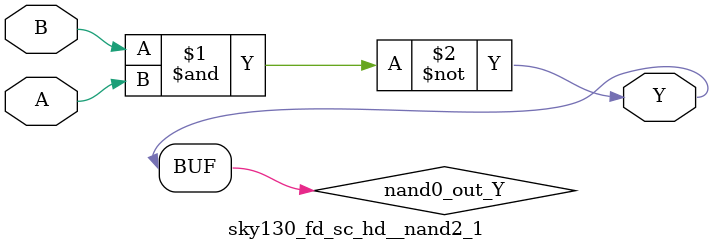
<source format=v>
/*
 * Copyright 2020 The SkyWater PDK Authors
 *
 * Licensed under the Apache License, Version 2.0 (the "License");
 * you may not use this file except in compliance with the License.
 * You may obtain a copy of the License at
 *
 *     https://www.apache.org/licenses/LICENSE-2.0
 *
 * Unless required by applicable law or agreed to in writing, software
 * distributed under the License is distributed on an "AS IS" BASIS,
 * WITHOUT WARRANTIES OR CONDITIONS OF ANY KIND, either express or implied.
 * See the License for the specific language governing permissions and
 * limitations under the License.
 *
 * SPDX-License-Identifier: Apache-2.0
*/


`ifndef SKY130_FD_SC_HD__NAND2_1_FUNCTIONAL_V
`define SKY130_FD_SC_HD__NAND2_1_FUNCTIONAL_V

/**
 * nand2: 2-input NAND.
 *
 * Verilog simulation functional model.
 */

`timescale 1ns / 1ps
`default_nettype none

`celldefine
module sky130_fd_sc_hd__nand2_1 (
    Y,
    A,
    B
);

    // Module ports
    output Y;
    input  A;
    input  B;

    // Local signals
    wire nand0_out_Y;

    //   Name   Output       Other arguments
    nand nand0 (nand0_out_Y, B, A           );
    buf  buf0  (Y          , nand0_out_Y    );

endmodule
`endcelldefine

`default_nettype wire
`endif  // SKY130_FD_SC_HD__NAND2_1_FUNCTIONAL_V

</source>
